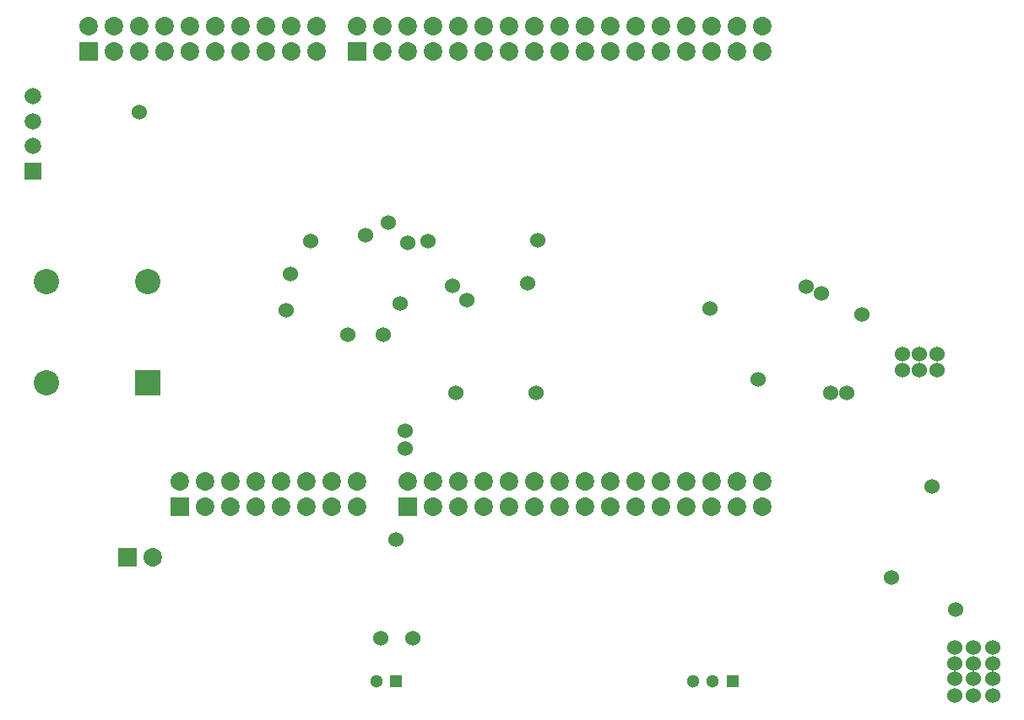
<source format=gbs>
G04*
G04 #@! TF.GenerationSoftware,Altium Limited,Altium Designer,25.1.2 (22)*
G04*
G04 Layer_Color=16711935*
%FSLAX25Y25*%
%MOIN*%
G70*
G04*
G04 #@! TF.SameCoordinates,7C62D4D7-8F8D-48FC-A2E0-5C7692351293*
G04*
G04*
G04 #@! TF.FilePolarity,Negative*
G04*
G01*
G75*
%ADD57R,0.07323X0.07323*%
%ADD58C,0.07323*%
%ADD59R,0.10000X0.10000*%
%ADD60C,0.10000*%
%ADD61C,0.06535*%
%ADD62R,0.06535X0.06535*%
%ADD63C,0.05118*%
%ADD64R,0.05118X0.05118*%
%ADD65C,0.06024*%
D57*
X68000Y81000D02*
D03*
X158000D02*
D03*
X32000Y261000D02*
D03*
X138000D02*
D03*
X47500Y61000D02*
D03*
D58*
X78000Y81000D02*
D03*
X88000D02*
D03*
X98000D02*
D03*
X108000D02*
D03*
X118000D02*
D03*
X128000D02*
D03*
X138000D02*
D03*
X68000Y91000D02*
D03*
X78000D02*
D03*
X88000D02*
D03*
X98000D02*
D03*
X108000D02*
D03*
X118000D02*
D03*
X128000D02*
D03*
X138000D02*
D03*
X248000D02*
D03*
X298000D02*
D03*
X288000Y81000D02*
D03*
X298000D02*
D03*
X288000Y91000D02*
D03*
X278000D02*
D03*
X268000D02*
D03*
X258000D02*
D03*
X238000D02*
D03*
X228000D02*
D03*
X218000D02*
D03*
X208000D02*
D03*
X198000D02*
D03*
X188000D02*
D03*
X178000D02*
D03*
X168000D02*
D03*
X158000D02*
D03*
X278000Y81000D02*
D03*
X268000D02*
D03*
X258000D02*
D03*
X248000D02*
D03*
X238000D02*
D03*
X228000D02*
D03*
X218000D02*
D03*
X208000D02*
D03*
X198000D02*
D03*
X188000D02*
D03*
X178000D02*
D03*
X168000D02*
D03*
X122000Y271000D02*
D03*
X112000D02*
D03*
X102000D02*
D03*
X92000D02*
D03*
X82000D02*
D03*
X72000D02*
D03*
X62000D02*
D03*
X52000D02*
D03*
X42000D02*
D03*
X122000Y261000D02*
D03*
X112000D02*
D03*
X102000D02*
D03*
X92000D02*
D03*
X82000D02*
D03*
X72000D02*
D03*
X62000D02*
D03*
X52000D02*
D03*
X42000D02*
D03*
X32000Y271000D02*
D03*
X298000D02*
D03*
X288000D02*
D03*
X278000D02*
D03*
X268000D02*
D03*
X258000D02*
D03*
X248000D02*
D03*
X238000D02*
D03*
X228000D02*
D03*
X218000D02*
D03*
X208000D02*
D03*
X198000D02*
D03*
X188000D02*
D03*
X178000D02*
D03*
X168000D02*
D03*
X158000D02*
D03*
X148000D02*
D03*
X138000D02*
D03*
X298000Y261000D02*
D03*
X288000D02*
D03*
X278000D02*
D03*
X268000D02*
D03*
X258000D02*
D03*
X248000D02*
D03*
X238000D02*
D03*
X228000D02*
D03*
X218000D02*
D03*
X208000D02*
D03*
X198000D02*
D03*
X188000D02*
D03*
X178000D02*
D03*
X168000D02*
D03*
X158000D02*
D03*
X148000D02*
D03*
X57500Y61000D02*
D03*
D59*
X55500Y130000D02*
D03*
D60*
X15500D02*
D03*
X55500Y170000D02*
D03*
X15500D02*
D03*
D61*
X10000Y243343D02*
D03*
Y233500D02*
D03*
Y223657D02*
D03*
D62*
Y213815D02*
D03*
D63*
X145626Y12000D02*
D03*
X270626Y12138D02*
D03*
X278500D02*
D03*
D64*
X153500Y12000D02*
D03*
X286374Y12138D02*
D03*
D65*
X374500Y40500D02*
D03*
X349000Y53000D02*
D03*
X176943Y126000D02*
D03*
X158000Y185500D02*
D03*
X150500Y193500D02*
D03*
X157000Y104000D02*
D03*
Y111000D02*
D03*
X134500Y149000D02*
D03*
X296500Y131500D02*
D03*
X277500Y159500D02*
D03*
X52000Y237000D02*
D03*
X155000Y161500D02*
D03*
X148500Y149000D02*
D03*
X166000Y186000D02*
D03*
X153500Y68000D02*
D03*
X160000Y29000D02*
D03*
X147500D02*
D03*
X365000Y89000D02*
D03*
X374000Y25500D02*
D03*
X389000D02*
D03*
X381500D02*
D03*
X389000Y6500D02*
D03*
X381500D02*
D03*
X374000D02*
D03*
X389000Y13000D02*
D03*
X381500D02*
D03*
X374000D02*
D03*
X389000Y19000D02*
D03*
X381500D02*
D03*
X374000D02*
D03*
X353500Y135000D02*
D03*
Y141500D02*
D03*
X360000Y135000D02*
D03*
Y141500D02*
D03*
X367000Y135000D02*
D03*
Y141500D02*
D03*
X331500Y126000D02*
D03*
X325000D02*
D03*
X321500Y165500D02*
D03*
X315500Y168000D02*
D03*
X141500Y188500D02*
D03*
X111900Y173200D02*
D03*
X208600Y126200D02*
D03*
X110223Y158623D02*
D03*
X119600Y186000D02*
D03*
X337500Y157200D02*
D03*
X175600Y168300D02*
D03*
X209300Y186500D02*
D03*
X181300Y162800D02*
D03*
X205300Y169400D02*
D03*
M02*

</source>
